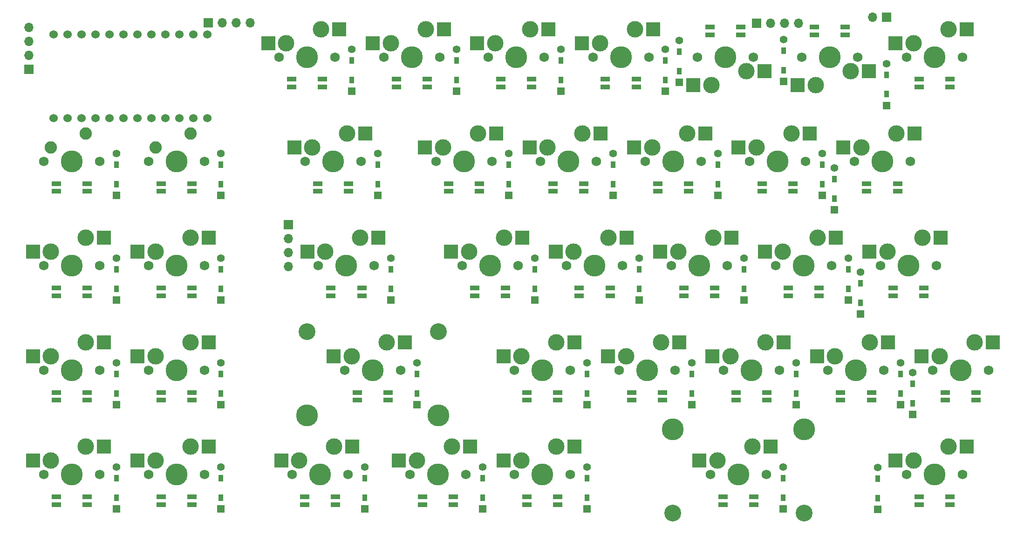
<source format=gbr>
%TF.GenerationSoftware,KiCad,Pcbnew,8.0.8*%
%TF.CreationDate,2025-04-15T16:35:59+09:00*%
%TF.ProjectId,sswkbd_left,7373776b-6264-45f6-9c65-66742e6b6963,rev?*%
%TF.SameCoordinates,Original*%
%TF.FileFunction,Soldermask,Bot*%
%TF.FilePolarity,Negative*%
%FSLAX46Y46*%
G04 Gerber Fmt 4.6, Leading zero omitted, Abs format (unit mm)*
G04 Created by KiCad (PCBNEW 8.0.8) date 2025-04-15 16:35:59*
%MOMM*%
%LPD*%
G01*
G04 APERTURE LIST*
%ADD10R,1.397000X1.397000*%
%ADD11R,0.950000X1.300000*%
%ADD12C,1.397000*%
%ADD13C,1.750000*%
%ADD14C,3.000000*%
%ADD15C,3.987800*%
%ADD16R,2.550000X2.500000*%
%ADD17C,3.048000*%
%ADD18C,2.250000*%
%ADD19R,1.700000X1.700000*%
%ADD20O,1.700000X1.700000*%
%ADD21C,1.524000*%
%ADD22R,1.700000X0.825000*%
G04 APERTURE END LIST*
D10*
%TO.C,D67*%
X86461999Y-156014950D03*
D11*
X86461999Y-153979950D03*
X86461999Y-150429950D03*
D12*
X86461999Y-148394950D03*
%TD*%
D10*
%TO.C,D50*%
X60336999Y-137014950D03*
D11*
X60336999Y-134979950D03*
X60336999Y-131429950D03*
D12*
X60336999Y-129394950D03*
%TD*%
D13*
%TO.C,SW6*%
X176071250Y-73760000D03*
D14*
X174801250Y-76300000D03*
D15*
X170991250Y-73760000D03*
D14*
X168451250Y-78840000D03*
D13*
X165911250Y-73760000D03*
D16*
X178076250Y-76300000D03*
X165149250Y-78840000D03*
%TD*%
D10*
%TO.C,D38*%
X155361999Y-117989950D03*
D11*
X155361999Y-115954950D03*
X155361999Y-112404950D03*
D12*
X155361999Y-110369950D03*
%TD*%
D10*
%TO.C,D52*%
X126861999Y-137014950D03*
D11*
X126861999Y-134979950D03*
X126861999Y-131429950D03*
D12*
X126861999Y-129394950D03*
%TD*%
D10*
%TO.C,D39*%
X174361999Y-117989950D03*
D11*
X174361999Y-115954950D03*
X174361999Y-112404950D03*
D12*
X174361999Y-110369950D03*
%TD*%
D13*
%TO.C,SW50*%
X47160750Y-130760000D03*
D14*
X48430750Y-128220000D03*
D15*
X52240750Y-130760000D03*
D14*
X54780750Y-125680000D03*
D13*
X57320750Y-130760000D03*
D16*
X45155750Y-128220000D03*
X58082750Y-125680000D03*
%TD*%
D10*
%TO.C,D4*%
X141111999Y-79964950D03*
D11*
X141111999Y-77929950D03*
X141111999Y-74379950D03*
D12*
X141111999Y-72344950D03*
%TD*%
D13*
%TO.C,SW2*%
X89910750Y-73760000D03*
D14*
X91180750Y-71220000D03*
D15*
X94990750Y-73760000D03*
D14*
X97530750Y-68680000D03*
D13*
X100070750Y-73760000D03*
D16*
X87905750Y-71220000D03*
X100832750Y-68680000D03*
%TD*%
D13*
%TO.C,SW22*%
X156410750Y-92760000D03*
D14*
X157680750Y-90220000D03*
D15*
X161490750Y-92760000D03*
D14*
X164030750Y-87680000D03*
D13*
X166570750Y-92760000D03*
D16*
X154405750Y-90220000D03*
X167332750Y-87680000D03*
%TD*%
D13*
%TO.C,SW53*%
X132660750Y-130760000D03*
D14*
X133930750Y-128220000D03*
D15*
X137740750Y-130760000D03*
D14*
X140280750Y-125680000D03*
D13*
X142820750Y-130760000D03*
D16*
X130655750Y-128220000D03*
X143582750Y-125680000D03*
%TD*%
D13*
%TO.C,SW66*%
X47160750Y-149760000D03*
D14*
X48430750Y-147220000D03*
D15*
X52240750Y-149760000D03*
D14*
X54780750Y-144680000D03*
D13*
X57320750Y-149760000D03*
D16*
X45155750Y-147220000D03*
X58082750Y-144680000D03*
%TD*%
D10*
%TO.C,D1*%
X84111999Y-79964950D03*
D11*
X84111999Y-77929950D03*
X84111999Y-74379950D03*
D12*
X84111999Y-72344950D03*
%TD*%
D13*
%TO.C,SW18*%
X75660750Y-92760000D03*
D14*
X76930750Y-90220000D03*
D15*
X80740750Y-92760000D03*
D14*
X83280750Y-87680000D03*
D13*
X85820750Y-92760000D03*
D16*
X73655750Y-90220000D03*
X86582750Y-87680000D03*
%TD*%
D10*
%TO.C,D51*%
X95961999Y-137014950D03*
D11*
X95961999Y-134979950D03*
X95961999Y-131429950D03*
D12*
X95961999Y-129394950D03*
%TD*%
D13*
%TO.C,SW67*%
X73285750Y-149760000D03*
D14*
X74555750Y-147220000D03*
D15*
X78365750Y-149760000D03*
D14*
X80905750Y-144680000D03*
D13*
X83445750Y-149760000D03*
D16*
X71280750Y-147220000D03*
X84207750Y-144680000D03*
%TD*%
D10*
%TO.C,D3*%
X122111999Y-79964950D03*
D11*
X122111999Y-77929950D03*
X122111999Y-74379950D03*
D12*
X122111999Y-72344950D03*
%TD*%
D15*
%TO.C,SW70*%
X142402750Y-141505000D03*
D17*
X142402750Y-156745000D03*
D13*
X149260750Y-149760000D03*
D14*
X150530750Y-147220000D03*
D15*
X154340750Y-149760000D03*
D14*
X156880750Y-144680000D03*
D13*
X159420750Y-149760000D03*
D15*
X166278750Y-141505000D03*
D17*
X166278750Y-156745000D03*
D16*
X147255750Y-147220000D03*
X160182750Y-144680000D03*
%TD*%
D13*
%TO.C,SW68*%
X94660750Y-149760000D03*
D14*
X95930750Y-147220000D03*
D15*
X99740750Y-149760000D03*
D14*
X102280750Y-144680000D03*
D13*
X104820750Y-149760000D03*
D16*
X92655750Y-147220000D03*
X105582750Y-144680000D03*
%TD*%
D13*
%TO.C,SW23*%
X175410750Y-92760000D03*
D14*
X176680750Y-90220000D03*
D15*
X180490750Y-92760000D03*
D14*
X183030750Y-87680000D03*
D13*
X185570750Y-92760000D03*
D16*
X173405750Y-90220000D03*
X186332750Y-87680000D03*
%TD*%
D10*
%TO.C,D23*%
X171795000Y-101590000D03*
D11*
X171795000Y-99555000D03*
X171795000Y-96005000D03*
D12*
X171795000Y-93970000D03*
%TD*%
D10*
%TO.C,D33*%
X41336999Y-117989950D03*
D11*
X41336999Y-115954950D03*
X41336999Y-112404950D03*
D12*
X41336999Y-110369950D03*
%TD*%
D10*
%TO.C,D65*%
X41336999Y-156014950D03*
D11*
X41336999Y-153979950D03*
X41336999Y-150429950D03*
D12*
X41336999Y-148394950D03*
%TD*%
D10*
%TO.C,D70*%
X162461999Y-156014950D03*
D11*
X162461999Y-153979950D03*
X162461999Y-150429950D03*
D12*
X162461999Y-148394950D03*
%TD*%
D13*
%TO.C,SW16*%
X28160750Y-92760000D03*
D15*
X33240750Y-92760000D03*
D13*
X38320750Y-92760000D03*
D18*
X29430750Y-90220000D03*
X35780750Y-87680000D03*
%TD*%
D13*
%TO.C,SW65*%
X28160750Y-149760000D03*
D14*
X29430750Y-147220000D03*
D15*
X33240750Y-149760000D03*
D14*
X35780750Y-144680000D03*
D13*
X38320750Y-149760000D03*
D16*
X26155750Y-147220000D03*
X39082750Y-144680000D03*
%TD*%
D19*
%TO.C,SW80*%
X181275000Y-66500000D03*
D20*
X178735000Y-66500000D03*
%TD*%
D10*
%TO.C,D6*%
X162600000Y-78210000D03*
D11*
X162600000Y-76175000D03*
X162600000Y-72625000D03*
D12*
X162600000Y-70590000D03*
%TD*%
D19*
%TO.C,USB_PRO_MICRO1*%
X72567800Y-104267000D03*
D20*
X72567800Y-106807000D03*
X72567800Y-109347000D03*
X72567800Y-111887000D03*
%TD*%
D10*
%TO.C,D36*%
X117361999Y-117989950D03*
D11*
X117361999Y-115954950D03*
X117361999Y-112404950D03*
D12*
X117361999Y-110369950D03*
%TD*%
D13*
%TO.C,SW38*%
X142160750Y-111760000D03*
D14*
X143430750Y-109220000D03*
D15*
X147240750Y-111760000D03*
D14*
X149780750Y-106680000D03*
D13*
X152320750Y-111760000D03*
D16*
X140155750Y-109220000D03*
X153082750Y-106680000D03*
%TD*%
D13*
%TO.C,SW69*%
X113660750Y-149760000D03*
D14*
X114930750Y-147220000D03*
D15*
X118740750Y-149760000D03*
D14*
X121280750Y-144680000D03*
D13*
X123820750Y-149760000D03*
D16*
X111655750Y-147220000D03*
X124582750Y-144680000D03*
%TD*%
D10*
%TO.C,D69*%
X126861999Y-156014950D03*
D11*
X126861999Y-153979950D03*
X126861999Y-150429950D03*
D12*
X126861999Y-148394950D03*
%TD*%
D17*
%TO.C,SW51*%
X75927750Y-123775000D03*
D15*
X75927750Y-139015000D03*
D13*
X82785750Y-130760000D03*
D14*
X84055750Y-128220000D03*
D15*
X87865750Y-130760000D03*
D14*
X90405750Y-125680000D03*
D13*
X92945750Y-130760000D03*
D17*
X99803750Y-123775000D03*
D15*
X99803750Y-139015000D03*
D16*
X80780750Y-128220000D03*
X93707750Y-125680000D03*
%TD*%
D10*
%TO.C,D20*%
X131611999Y-98964950D03*
D11*
X131611999Y-96929950D03*
X131611999Y-93379950D03*
D12*
X131611999Y-91344950D03*
%TD*%
D13*
%TO.C,SW49*%
X28160750Y-130760000D03*
D14*
X29430750Y-128220000D03*
D15*
X33240750Y-130760000D03*
D14*
X35780750Y-125680000D03*
D13*
X38320750Y-130760000D03*
D16*
X26155750Y-128220000D03*
X39082750Y-125680000D03*
%TD*%
D13*
%TO.C,SW56*%
X189660750Y-130760000D03*
D14*
X190930750Y-128220000D03*
D15*
X194740750Y-130760000D03*
D14*
X197280750Y-125680000D03*
D13*
X199820750Y-130760000D03*
D16*
X187655750Y-128220000D03*
X200582750Y-125680000D03*
%TD*%
D13*
%TO.C,SW7*%
X184910750Y-73760000D03*
D14*
X186180750Y-71220000D03*
D15*
X189990750Y-73760000D03*
D14*
X192530750Y-68680000D03*
D13*
X195070750Y-73760000D03*
D16*
X182905750Y-71220000D03*
X195832750Y-68680000D03*
%TD*%
D13*
%TO.C,SW39*%
X161160750Y-111760000D03*
D14*
X162430750Y-109220000D03*
D15*
X166240750Y-111760000D03*
D14*
X168780750Y-106680000D03*
D13*
X171320750Y-111760000D03*
D16*
X159155750Y-109220000D03*
X172082750Y-106680000D03*
%TD*%
D13*
%TO.C,SW4*%
X127910750Y-73760000D03*
D14*
X129180750Y-71220000D03*
D15*
X132990750Y-73760000D03*
D14*
X135530750Y-68680000D03*
D13*
X138070750Y-73760000D03*
D16*
X125905750Y-71220000D03*
X138832750Y-68680000D03*
%TD*%
D10*
%TO.C,D22*%
X169611999Y-98964950D03*
D11*
X169611999Y-96929950D03*
X169611999Y-93379950D03*
D12*
X169611999Y-91344950D03*
%TD*%
D10*
%TO.C,D16*%
X41336999Y-98964950D03*
D11*
X41336999Y-96929950D03*
X41336999Y-93379950D03*
D12*
X41336999Y-91344950D03*
%TD*%
D13*
%TO.C,SW17*%
X47160750Y-92760000D03*
D15*
X52240750Y-92760000D03*
D13*
X57320750Y-92760000D03*
D18*
X48430750Y-90220000D03*
X54780750Y-87680000D03*
%TD*%
D10*
%TO.C,D49*%
X41336999Y-137014950D03*
D11*
X41336999Y-134979950D03*
X41336999Y-131429950D03*
D12*
X41336999Y-129394950D03*
%TD*%
D10*
%TO.C,D53*%
X145861999Y-137014950D03*
D11*
X145861999Y-134979950D03*
X145861999Y-131429950D03*
D12*
X145861999Y-129394950D03*
%TD*%
D10*
%TO.C,D7*%
X181255000Y-82565000D03*
D11*
X181255000Y-80530000D03*
X181255000Y-76980000D03*
D12*
X181255000Y-74945000D03*
%TD*%
D10*
%TO.C,D37*%
X136361999Y-117989950D03*
D11*
X136361999Y-115954950D03*
X136361999Y-112404950D03*
D12*
X136361999Y-110369950D03*
%TD*%
D13*
%TO.C,SW19*%
X99410750Y-92760000D03*
D14*
X100680750Y-90220000D03*
D15*
X104490750Y-92760000D03*
D14*
X107030750Y-87680000D03*
D13*
X109570750Y-92760000D03*
D16*
X97405750Y-90220000D03*
X110332750Y-87680000D03*
%TD*%
D13*
%TO.C,SW36*%
X104160750Y-111760000D03*
D14*
X105430750Y-109220000D03*
D15*
X109240750Y-111760000D03*
D14*
X111780750Y-106680000D03*
D13*
X114320750Y-111760000D03*
D16*
X102155750Y-109220000D03*
X115082750Y-106680000D03*
%TD*%
D19*
%TO.C,USB_main1*%
X58017750Y-67535000D03*
D20*
X60557750Y-67535000D03*
X63097750Y-67535000D03*
X65637750Y-67535000D03*
%TD*%
D13*
%TO.C,SW55*%
X170660750Y-130760000D03*
D14*
X171930750Y-128220000D03*
D15*
X175740750Y-130760000D03*
D14*
X178280750Y-125680000D03*
D13*
X180820750Y-130760000D03*
D16*
X168655750Y-128220000D03*
X181582750Y-125680000D03*
%TD*%
D10*
%TO.C,D56*%
X186040000Y-138830000D03*
D11*
X186040000Y-136795000D03*
X186040000Y-133245000D03*
D12*
X186040000Y-131210000D03*
%TD*%
D19*
%TO.C,J2*%
X157706250Y-67635000D03*
D20*
X160246250Y-67635000D03*
X162786250Y-67635000D03*
X165326250Y-67635000D03*
%TD*%
D19*
%TO.C,J1*%
X25450750Y-75962370D03*
D20*
X25450750Y-73422370D03*
X25450750Y-70882370D03*
X25450750Y-68342370D03*
%TD*%
D10*
%TO.C,D5*%
X143637000Y-78356000D03*
D11*
X143637000Y-76321000D03*
X143637000Y-72771000D03*
D12*
X143637000Y-70736000D03*
%TD*%
D10*
%TO.C,D35*%
X91211999Y-117989950D03*
D11*
X91211999Y-115954950D03*
X91211999Y-112404950D03*
D12*
X91211999Y-110369950D03*
%TD*%
D10*
%TO.C,D21*%
X150611999Y-98964950D03*
D11*
X150611999Y-96929950D03*
X150611999Y-93379950D03*
D12*
X150611999Y-91344950D03*
%TD*%
D13*
%TO.C,SW5*%
X157071250Y-73760000D03*
D14*
X155801250Y-76300000D03*
D15*
X151991250Y-73760000D03*
D14*
X149451250Y-78840000D03*
D13*
X146911250Y-73760000D03*
D16*
X159076250Y-76300000D03*
X146149250Y-78840000D03*
%TD*%
D13*
%TO.C,SW52*%
X113660750Y-130760000D03*
D14*
X114930750Y-128220000D03*
D15*
X118740750Y-130760000D03*
D14*
X121280750Y-125680000D03*
D13*
X123820750Y-130760000D03*
D16*
X111655750Y-128220000D03*
X124582750Y-125680000D03*
%TD*%
D10*
%TO.C,D18*%
X88836999Y-98964950D03*
D11*
X88836999Y-96929950D03*
X88836999Y-93379950D03*
D12*
X88836999Y-91344950D03*
%TD*%
D13*
%TO.C,SW54*%
X151660750Y-130760000D03*
D14*
X152930750Y-128220000D03*
D15*
X156740750Y-130760000D03*
D14*
X159280750Y-125680000D03*
D13*
X161820750Y-130760000D03*
D16*
X149655750Y-128220000D03*
X162582750Y-125680000D03*
%TD*%
D13*
%TO.C,SW33*%
X28160750Y-111760000D03*
D14*
X29430750Y-109220000D03*
D15*
X33240750Y-111760000D03*
D14*
X35780750Y-106680000D03*
D13*
X38320750Y-111760000D03*
D16*
X26155750Y-109220000D03*
X39082750Y-106680000D03*
%TD*%
D13*
%TO.C,SW37*%
X123160750Y-111760000D03*
D14*
X124430750Y-109220000D03*
D15*
X128240750Y-111760000D03*
D14*
X130780750Y-106680000D03*
D13*
X133320750Y-111760000D03*
D16*
X121155750Y-109220000D03*
X134082750Y-106680000D03*
%TD*%
D13*
%TO.C,SW1*%
X70910750Y-73760000D03*
D14*
X72180750Y-71220000D03*
D15*
X75990750Y-73760000D03*
D14*
X78530750Y-68680000D03*
D13*
X81070750Y-73760000D03*
D16*
X68905750Y-71220000D03*
X81832750Y-68680000D03*
%TD*%
D10*
%TO.C,D55*%
X183861999Y-137014950D03*
D11*
X183861999Y-134979950D03*
X183861999Y-131429950D03*
D12*
X183861999Y-129394950D03*
%TD*%
D10*
%TO.C,D54*%
X164861999Y-137014950D03*
D11*
X164861999Y-134979950D03*
X164861999Y-131429950D03*
D12*
X164861999Y-129394950D03*
%TD*%
D13*
%TO.C,SW71*%
X184910750Y-149760000D03*
D14*
X186180750Y-147220000D03*
D15*
X189990750Y-149760000D03*
D14*
X192530750Y-144680000D03*
D13*
X195070750Y-149760000D03*
D16*
X182905750Y-147220000D03*
X195832750Y-144680000D03*
%TD*%
D13*
%TO.C,SW21*%
X137410750Y-92760000D03*
D14*
X138680750Y-90220000D03*
D15*
X142490750Y-92760000D03*
D14*
X145030750Y-87680000D03*
D13*
X147570750Y-92760000D03*
D16*
X135405750Y-90220000D03*
X148332750Y-87680000D03*
%TD*%
D10*
%TO.C,D2*%
X103111999Y-79964950D03*
D11*
X103111999Y-77929950D03*
X103111999Y-74379950D03*
D12*
X103111999Y-72344950D03*
%TD*%
D13*
%TO.C,SW40*%
X180160750Y-111760000D03*
D14*
X181430750Y-109220000D03*
D15*
X185240750Y-111760000D03*
D14*
X187780750Y-106680000D03*
D13*
X190320750Y-111760000D03*
D16*
X178155750Y-109220000D03*
X191082750Y-106680000D03*
%TD*%
D13*
%TO.C,SW20*%
X118410750Y-92760000D03*
D14*
X119680750Y-90220000D03*
D15*
X123490750Y-92760000D03*
D14*
X126030750Y-87680000D03*
D13*
X128570750Y-92760000D03*
D16*
X116405750Y-90220000D03*
X129332750Y-87680000D03*
%TD*%
D13*
%TO.C,SW35*%
X78035750Y-111760000D03*
D14*
X79305750Y-109220000D03*
D15*
X83115750Y-111760000D03*
D14*
X85655750Y-106680000D03*
D13*
X88195750Y-111760000D03*
D16*
X76030750Y-109220000D03*
X88957750Y-106680000D03*
%TD*%
D21*
%TO.C,U1*%
X57847000Y-84908600D03*
X55307000Y-84908600D03*
X52767000Y-84908600D03*
X50227000Y-84908600D03*
X47687000Y-84908600D03*
X45147000Y-84908600D03*
X42607000Y-84908600D03*
X40067000Y-84908600D03*
X37527000Y-84908600D03*
X34987000Y-84908600D03*
X32447000Y-84908600D03*
X29907000Y-84908600D03*
X29907000Y-69688600D03*
X32447000Y-69688600D03*
X34987000Y-69688600D03*
X37527000Y-69688600D03*
X40067000Y-69688600D03*
X42607000Y-69688600D03*
X45147000Y-69688600D03*
X47687000Y-69688600D03*
X50227000Y-69688600D03*
X52767000Y-69688600D03*
X55307000Y-69688600D03*
X57847000Y-69688600D03*
%TD*%
D13*
%TO.C,SW34*%
X47160750Y-111760000D03*
D14*
X48430750Y-109220000D03*
D15*
X52240750Y-111760000D03*
D14*
X54780750Y-106680000D03*
D13*
X57320750Y-111760000D03*
D16*
X45155750Y-109220000D03*
X58082750Y-106680000D03*
%TD*%
D10*
%TO.C,D34*%
X60336999Y-117989950D03*
D11*
X60336999Y-115954950D03*
X60336999Y-112404950D03*
D12*
X60336999Y-110369950D03*
%TD*%
D10*
%TO.C,D71*%
X179695000Y-156115000D03*
D11*
X179695000Y-154080000D03*
X179695000Y-150530000D03*
D12*
X179695000Y-148495000D03*
%TD*%
D13*
%TO.C,SW3*%
X108910750Y-73760000D03*
D14*
X110180750Y-71220000D03*
D15*
X113990750Y-73760000D03*
D14*
X116530750Y-68680000D03*
D13*
X119070750Y-73760000D03*
D16*
X106905750Y-71220000D03*
X119832750Y-68680000D03*
%TD*%
D10*
%TO.C,D68*%
X107861999Y-156014950D03*
D11*
X107861999Y-153979950D03*
X107861999Y-150429950D03*
D12*
X107861999Y-148394950D03*
%TD*%
D10*
%TO.C,D19*%
X112611999Y-98964950D03*
D11*
X112611999Y-96929950D03*
X112611999Y-93379950D03*
D12*
X112611999Y-91344950D03*
%TD*%
D10*
%TO.C,D17*%
X60336999Y-98964950D03*
D11*
X60336999Y-96929950D03*
X60336999Y-93379950D03*
D12*
X60336999Y-91344950D03*
%TD*%
D10*
%TO.C,D40*%
X176525000Y-120560000D03*
D11*
X176525000Y-118525000D03*
X176525000Y-114975000D03*
D12*
X176525000Y-112940000D03*
%TD*%
D22*
%TO.C,LED3*%
X30440750Y-134822999D03*
X30440750Y-136223000D03*
X36040750Y-136223001D03*
X36040750Y-134823000D03*
%TD*%
%TO.C,LED27*%
X144440750Y-115822999D03*
X144440750Y-117223000D03*
X150040750Y-117223001D03*
X150040750Y-115823000D03*
%TD*%
%TO.C,LED7*%
X49440750Y-115822999D03*
X49440750Y-117223000D03*
X55040750Y-117223001D03*
X55040750Y-115823000D03*
%TD*%
%TO.C,LED32*%
X172940750Y-134822999D03*
X172940750Y-136223000D03*
X178540750Y-136223001D03*
X178540750Y-134823000D03*
%TD*%
%TO.C,LED38*%
X187190750Y-77822999D03*
X187190750Y-79223000D03*
X192790750Y-79223001D03*
X192790750Y-77823000D03*
%TD*%
%TO.C,LED13*%
X75565750Y-153822999D03*
X75565750Y-155223000D03*
X81165750Y-155223001D03*
X81165750Y-153823000D03*
%TD*%
%TO.C,LED30*%
X158690750Y-96822999D03*
X158690750Y-98223000D03*
X164290750Y-98223001D03*
X164290750Y-96823000D03*
%TD*%
%TO.C,LED28*%
X130190750Y-77822999D03*
X130190750Y-79223000D03*
X135790750Y-79223001D03*
X135790750Y-77823000D03*
%TD*%
%TO.C,LED35*%
X177690750Y-96822999D03*
X177690750Y-98223000D03*
X183290750Y-98223001D03*
X183290750Y-96823000D03*
%TD*%
%TO.C,LED29*%
X154791250Y-69697001D03*
X154791250Y-68297000D03*
X149191250Y-68296999D03*
X149191250Y-69697000D03*
%TD*%
%TO.C,LED11*%
X80315750Y-115822999D03*
X80315750Y-117223000D03*
X85915750Y-117223001D03*
X85915750Y-115823000D03*
%TD*%
%TO.C,LED37*%
X173791250Y-69697001D03*
X173791250Y-68297000D03*
X168191250Y-68296999D03*
X168191250Y-69697000D03*
%TD*%
%TO.C,LED14*%
X96940750Y-153822999D03*
X96940750Y-155223000D03*
X102540750Y-155223001D03*
X102540750Y-153823000D03*
%TD*%
%TO.C,LED1*%
X30440750Y-96822999D03*
X30440750Y-98223000D03*
X36040750Y-98223001D03*
X36040750Y-96823000D03*
%TD*%
%TO.C,LED18*%
X101690750Y-96822999D03*
X101690750Y-98223000D03*
X107290750Y-98223001D03*
X107290750Y-96823000D03*
%TD*%
%TO.C,LED24*%
X151540750Y-153822999D03*
X151540750Y-155223000D03*
X157140750Y-155223001D03*
X157140750Y-153823000D03*
%TD*%
%TO.C,LED2*%
X30440750Y-115822999D03*
X30440750Y-117223000D03*
X36040750Y-117223001D03*
X36040750Y-115823000D03*
%TD*%
%TO.C,LED20*%
X111190750Y-77822999D03*
X111190750Y-79223000D03*
X116790750Y-79223001D03*
X116790750Y-77823000D03*
%TD*%
%TO.C,LED19*%
X92190750Y-77822999D03*
X92190750Y-79223000D03*
X97790750Y-79223001D03*
X97790750Y-77823000D03*
%TD*%
%TO.C,LED33*%
X187190750Y-153822999D03*
X187190750Y-155223000D03*
X192790750Y-155223001D03*
X192790750Y-153823000D03*
%TD*%
%TO.C,LED22*%
X125440750Y-115822999D03*
X125440750Y-117223000D03*
X131040750Y-117223001D03*
X131040750Y-115823000D03*
%TD*%
D10*
%TO.C,D66*%
X60336999Y-156014950D03*
D11*
X60336999Y-153979950D03*
X60336999Y-150429950D03*
D12*
X60336999Y-148394950D03*
%TD*%
D22*
%TO.C,LED23*%
X134940750Y-134822999D03*
X134940750Y-136223000D03*
X140540750Y-136223001D03*
X140540750Y-134823000D03*
%TD*%
%TO.C,LED4*%
X30440750Y-153822999D03*
X30440750Y-155223000D03*
X36040750Y-155223001D03*
X36040750Y-153823000D03*
%TD*%
%TO.C,LED21*%
X120690750Y-96822999D03*
X120690750Y-98223000D03*
X126290750Y-98223001D03*
X126290750Y-96823000D03*
%TD*%
%TO.C,LED8*%
X49440750Y-96822999D03*
X49440750Y-98223000D03*
X55040750Y-98223001D03*
X55040750Y-96823000D03*
%TD*%
%TO.C,LED15*%
X115940750Y-153822999D03*
X115940750Y-155223000D03*
X121540750Y-155223001D03*
X121540750Y-153823000D03*
%TD*%
%TO.C,LED5*%
X49440750Y-153822999D03*
X49440750Y-155223000D03*
X55040750Y-155223001D03*
X55040750Y-153823000D03*
%TD*%
%TO.C,LED6*%
X49440750Y-134822999D03*
X49440750Y-136223000D03*
X55040750Y-136223001D03*
X55040750Y-134823000D03*
%TD*%
%TO.C,LED34*%
X191940750Y-134822999D03*
X191940750Y-136223000D03*
X197540750Y-136223001D03*
X197540750Y-134823000D03*
%TD*%
%TO.C,LED10*%
X77940750Y-96822999D03*
X77940750Y-98223000D03*
X83540750Y-98223001D03*
X83540750Y-96823000D03*
%TD*%
%TO.C,LED17*%
X106440750Y-115822999D03*
X106440750Y-117223000D03*
X112040750Y-117223001D03*
X112040750Y-115823000D03*
%TD*%
%TO.C,LED31*%
X163440750Y-115822999D03*
X163440750Y-117223000D03*
X169040750Y-117223001D03*
X169040750Y-115823000D03*
%TD*%
%TO.C,LED36*%
X182440750Y-115822999D03*
X182440750Y-117223000D03*
X188040750Y-117223001D03*
X188040750Y-115823000D03*
%TD*%
%TO.C,LED9*%
X73190750Y-77822999D03*
X73190750Y-79223000D03*
X78790750Y-79223001D03*
X78790750Y-77823000D03*
%TD*%
%TO.C,LED26*%
X139690750Y-96822999D03*
X139690750Y-98223000D03*
X145290750Y-98223001D03*
X145290750Y-96823000D03*
%TD*%
%TO.C,LED12*%
X85065750Y-134822999D03*
X85065750Y-136223000D03*
X90665750Y-136223001D03*
X90665750Y-134823000D03*
%TD*%
%TO.C,LED25*%
X153940750Y-134822999D03*
X153940750Y-136223000D03*
X159540750Y-136223001D03*
X159540750Y-134823000D03*
%TD*%
%TO.C,LED16*%
X115940750Y-134822999D03*
X115940750Y-136223000D03*
X121540750Y-136223001D03*
X121540750Y-134823000D03*
%TD*%
M02*

</source>
